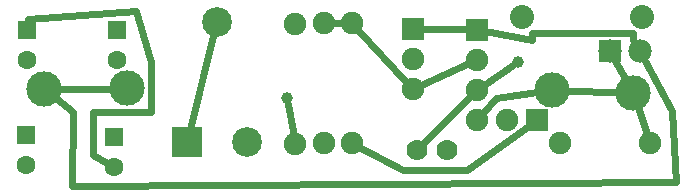
<source format=gtl>
G04 MADE WITH FRITZING*
G04 WWW.FRITZING.ORG*
G04 DOUBLE SIDED*
G04 HOLES PLATED*
G04 CONTOUR ON CENTER OF CONTOUR VECTOR*
%ASAXBY*%
%FSLAX23Y23*%
%MOIN*%
%OFA0B0*%
%SFA1.0B1.0*%
%ADD10C,0.062992*%
%ADD11C,0.075000*%
%ADD12C,0.099000*%
%ADD13C,0.070000*%
%ADD14C,0.080000*%
%ADD15C,0.078000*%
%ADD16C,0.118110*%
%ADD17C,0.039370*%
%ADD18R,0.062992X0.062992*%
%ADD19R,0.075000X0.075000*%
%ADD20R,0.099000X0.099000*%
%ADD21R,0.078000X0.078000*%
%ADD22C,0.024000*%
%LNCOPPER1*%
G90*
G70*
G54D10*
X434Y196D03*
X434Y98D03*
X143Y554D03*
X143Y455D03*
G54D11*
X1643Y255D03*
X1743Y255D03*
X1843Y255D03*
X1919Y179D03*
X2219Y179D03*
G54D12*
X876Y180D03*
X676Y180D03*
X776Y580D03*
G54D11*
X1038Y173D03*
X1038Y573D03*
X1225Y178D03*
X1225Y578D03*
X1429Y358D03*
X1429Y458D03*
X1429Y558D03*
X1132Y178D03*
X1132Y578D03*
G54D13*
X1443Y155D03*
X1543Y155D03*
G54D11*
X1643Y355D03*
X1643Y455D03*
X1643Y555D03*
G54D14*
X1794Y598D03*
X2194Y598D03*
G54D10*
X140Y203D03*
X140Y104D03*
X443Y554D03*
X443Y455D03*
G54D15*
X2087Y484D03*
X2187Y484D03*
G54D16*
X1893Y353D03*
X2163Y344D03*
X200Y358D03*
X476Y360D03*
G54D17*
X1779Y448D03*
X1011Y328D03*
G54D18*
X434Y196D03*
X143Y554D03*
G54D19*
X1843Y255D03*
G54D20*
X676Y180D03*
G54D19*
X1429Y558D03*
X1643Y555D03*
G54D18*
X140Y203D03*
X443Y554D03*
G54D21*
X2087Y484D03*
G54D22*
X426Y359D02*
X251Y358D01*
D02*
X292Y35D02*
X298Y282D01*
D02*
X298Y282D02*
X240Y327D01*
D02*
X2307Y49D02*
X292Y35D01*
D02*
X2201Y458D02*
X2292Y284D01*
D02*
X2292Y284D02*
X2307Y49D01*
D02*
X2112Y346D02*
X1944Y352D01*
D02*
X2101Y458D02*
X2139Y389D01*
D02*
X684Y210D02*
X768Y549D01*
D02*
X1819Y239D02*
X1611Y88D01*
D02*
X1611Y88D02*
X1395Y88D01*
D02*
X1395Y88D02*
X1250Y164D01*
D02*
X1160Y578D02*
X1196Y578D01*
D02*
X1410Y379D02*
X1244Y557D01*
D02*
X1617Y443D02*
X1455Y370D01*
D02*
X410Y110D02*
X363Y136D01*
D02*
X363Y136D02*
X363Y280D01*
D02*
X363Y280D02*
X555Y280D01*
D02*
X555Y280D02*
X555Y448D01*
D02*
X555Y448D02*
X507Y616D01*
D02*
X507Y616D02*
X147Y592D01*
D02*
X147Y592D02*
X146Y580D01*
D02*
X2210Y206D02*
X2179Y297D01*
D02*
X1662Y277D02*
X1707Y328D01*
D02*
X1707Y328D02*
X1843Y347D01*
D02*
X1671Y550D02*
X1827Y520D01*
D02*
X1827Y520D02*
X1827Y544D01*
D02*
X1827Y544D02*
X2163Y544D01*
D02*
X2163Y544D02*
X2163Y520D01*
D02*
X2163Y520D02*
X2170Y509D01*
D02*
X1458Y557D02*
X1614Y556D01*
D02*
X1033Y201D02*
X1014Y309D01*
D02*
X1461Y174D02*
X1622Y335D01*
D02*
X1763Y437D02*
X1666Y371D01*
G04 End of Copper1*
M02*
</source>
